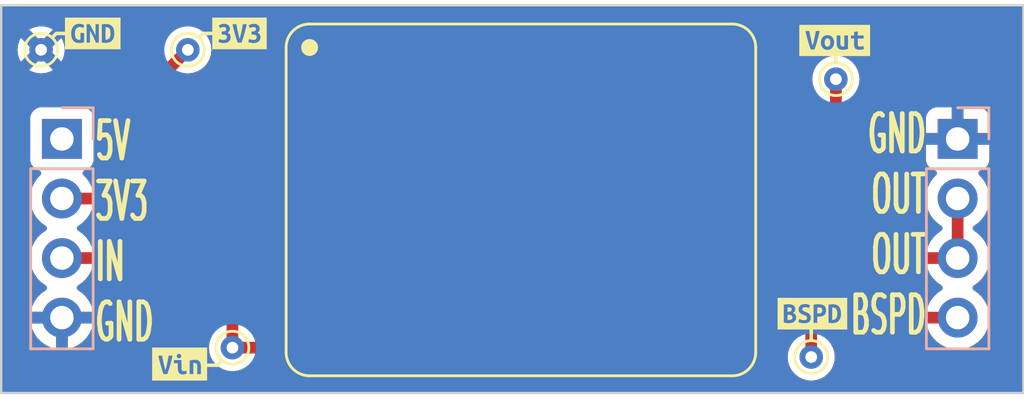
<source format=kicad_pcb>
(kicad_pcb (version 20221018) (generator pcbnew)
  (layers (0 "F.Cu" signal) (31 "B.Cu" signal) (34 "B.Paste" user) (35 "F.Paste" user) (36 "B.SilkS" user "B.Silkscreen") (37 "F.SilkS" user "F.Silkscreen") (38 "B.Mask" user) (39 "F.Mask" user) (44 "Edge.Cuts" user))
  (net 0 "")
  (net 1 "+5V")
  (net 2 "+3V3")
  (net 3 "IN")
  (net 4 "GND")
  (net 5 "BSPD")
  (net 6 "OUT")
  (footprint "kibuzzard-6607C802" (layer "F.Cu") (at 56.5 23)
    (fp_text reference "kibuzzard-6607C802" hide)
    (fp_text value "G***" hide)
    (fp_poly (pts (xy -0.429895 0.08636) (xy -0.422751 0.15875) (xy -0.40132 0.2159) (xy -0.364014 0.253047) (xy -0.309245 0.26543) (xy -0.255746 0.253047) (xy -0.21717 0.2159) (xy -0.193834 0.15875) (xy -0.186055 0.08636) (xy -0.193199 0.014129) (xy -0.21463 -0.042545) (xy -0.251936 -0.079216) (xy -0.306705 -0.09144) (xy -0.360204 -0.079216) (xy -0.39878 -0.042545) (xy -0.422116 0.014129) (xy -0.429895 0.08636)) (fill solid) (layer "F.SilkS"))
    (fp_poly (pts (xy -1.243965 -0.665903) (xy -1.508548 -0.665903) (xy -1.508548 0.665903) (xy -1.243965 0.665903) (xy -1.024255 0.665903) (xy -1.024255 0.38481) (xy -1.055688 0.291465) (xy -1.089025 0.18669) (xy -1.111462 0.113101) (xy -1.133052 0.039652) (xy -1.153795 -0.033655) (xy -1.173409 -0.105551) (xy -1.191613 -0.174766) (xy -1.208405 -0.2413) (xy -1.22936 -0.3302) (xy -1.243965 -0.40132) (xy -1.078865 -0.40132) (xy -1.06934 -0.335439) (xy -1.056005 -0.259715) (xy -1.039971 -0.1778) (xy -1.02235 -0.093345) (xy -1.0033 -0.008255) (xy -0.98298 0.075565) (xy -0.962184 0.154464) (xy -0.941705 0.22479) (xy -0.921385 0.155416) (xy -0.901065 0.076835) (xy -0.88138 -0.006985) (xy -0.862965 -0.092075) (xy -0.84582 -0.176689) (xy -0.829945 -0.25908) (xy -0.815975 -0.33528) (xy -0.804545 -0.40132) (xy -0.640715 -0.40132) (xy -0.657701 -0.320675) (xy -0.67818 -0.23114) (xy -0.701993 -0.134779) (xy -0.72898 -0.033655) (xy -0.748665 0.035772) (xy -0.76962 0.106045) (xy -0.791845 0.177165) (xy -0.814987 0.247932) (xy -0.838694 0.317147) (xy -0.862965 0.38481) (xy -1.024255 0.38481) (xy -1.024255 0.665903) (xy -0.306705 0.665903) (xy -0.306705 0.40132) (xy -0.367189 0.395605) (xy -0.42164 0.37846) (xy -0.469583 0.350838) (xy -0.51054 0.31369) (xy -0.543719 0.267811) (xy -0.568325 0.213995) (xy -0.583565 0.152876) (xy -0.588645 0.08509) (xy -0.583406 0.018256) (xy -0.56769 -0.042545) (xy -0.542608 -0.096202) (xy -0.50927 -0.141605) (xy -0.468154 -0.178117) (xy -0.419735 -0.205105) (xy -0.365443 -0.221774) (xy -0.306705 -0.22733) (xy -0.247174 -0.221774) (xy -0.19304 -0.205105) (xy -0.145098 -0.178117) (xy -0.10414 -0.141605) (xy -0.070961 -0.096202) (xy -0.046355 -0.042545) (xy -0.031115 0.018256) (xy -0.026035 0.08509) (xy -0.031115 0.152876) (xy -0.046355 0.213995) (xy -0.070803 0.267811) (xy -0.103505 0.31369) (xy -0.143986 0.350838) (xy -0.19177 0.37846) (xy -0.246221 0.395605) (xy -0.306705 0.40132) (xy -0.306705 0.665903) (xy 0.327025 0.665903) (xy 0.327025 0.39878) (xy 0.260032 0.3937) (xy 0.206375 0.37846) (xy 0.13208 0.320675) (xy 0.094615 0.23241) (xy 0.086995 0.17907) (xy 0.084455 0.12065) (xy 0.084455 -0.21209) (xy 0.240665 -0.21209) (xy 0.240665 0.10033) (xy 0.245586 0.172244) (xy 0.26035 0.222885) (xy 0.337185 0.26289) (xy 0.408305 0.25654) (xy 0.408305 -0.21209) (xy 0.565785 -0.21209) (xy 0.565785 0.36449) (xy 0.518001 0.37592) (xy 0.46101 0.38735) (xy 0.396716 0.395923) (xy 0.327025 0.39878) (xy 0.327025 0.665903) (xy 1.053465 0.665903) (xy 1.053465 0.39878) (xy 0.956945 0.38989) (xy 0.885825 0.3556) (xy 0.841375 0.283845) (xy 0.829945 0.230346) (xy 0.826135 0.16256) (xy 0.826135 -0.08255) (xy 0.690245 -0.08255) (xy 0.690245 -0.21209) (xy 0.826135 -0.21209) (xy 0.826135 -0.36195) (xy 0.982345 -0.38735) (xy 0.982345 -0.21209) (xy 1.232535 -0.21209) (xy 1.232535 -0.08255) (xy 0.982345 -0.08255) (xy 0.982345 0.15875) (xy 0.988695 0.21209) (xy 1.006475 0.24384) (xy 1.034415 0.25908) (xy 1.071245 0.26289) (xy 1.11125 0.26162) (xy 1.14681 0.257175) (xy 1.18237 0.24765) (xy 1.222375 0.23114) (xy 1.243965 0.36576) (xy 1.15062 0.39116) (xy 1.053465 0.39878) (xy 1.053465 0.665903) (xy 1.243965 0.665903) (xy 1.508548 0.665903) (xy 1.508548 -0.665903) (xy 1.243965 -0.665903) (xy -1.243965 -0.665903)) (fill solid) (layer "F.SilkS"))
  )
  (footprint "module:AnalogSensorAmplifier" (layer "F.Cu") (at 43.136 29.3)
    (fp_text reference "J5" hide)
    (fp_text value "Conn_02x04_Counter_Clockwise" hide)
    (fp_line (start -10 -6) (end -10 7) (stroke (width 0.12)) (layer "F.SilkS"))
    (fp_line (start -9 8) (end 9 8) (stroke (width 0.12)) (layer "F.SilkS"))
    (fp_line (start 9 -7) (end -9 -7) (stroke (width 0.12)) (layer "F.SilkS"))
    (fp_line (start 10 7) (end 10 -6) (stroke (width 0.12)) (layer "F.SilkS"))
    (fp_arc (start -10 -6) (mid -9.707107 -6.707107) (end -9 -7) (stroke (width 0.12)) (layer "F.SilkS"))
    (fp_arc (start -9 8) (mid -9.707107 7.707107) (end -10 7) (stroke (width 0.12)) (layer "F.SilkS"))
    (fp_arc (start 9 -7) (mid 9.707107 -6.707107) (end 10 -6) (stroke (width 0.12)) (layer "F.SilkS"))
    (fp_arc (start 10 7) (mid 9.707107 7.707107) (end 9 8) (stroke (width 0.12)) (layer "F.SilkS"))
    (fp_circle (center -9 -6) (end -8.7 -6) (stroke (width 0.12)) (fill solid) (layer "F.SilkS"))
    (pad "1" smd roundrect (at -10 -3) (size 2 1.5) (layers "F.Cu" "F.Paste" "F.Mask") (net 4 "GND"))
    (pad "2" smd roundrect (at -10 -1) (size 2 1.5) (layers "F.Cu" "F.Paste" "F.Mask") (net 3 "IN"))
    (pad "3" smd roundrect (at -10 1) (size 2 1.5) (layers "F.Cu" "F.Paste" "F.Mask") (net 2 "+3V3"))
    (pad "4" smd roundrect (at -10 3) (size 2 1.5) (layers "F.Cu" "F.Paste" "F.Mask"))
    (pad "5" smd roundrect (at 10 3) (size 2 1.5) (layers "F.Cu" "F.Paste" "F.Mask") (net 4 "GND"))
    (pad "6" smd roundrect (at 10 1) (size 2 1.5) (layers "F.Cu" "F.Paste" "F.Mask") (net 6 "OUT"))
    (pad "7" smd roundrect (at 10 -1) (size 2 1.5) (layers "F.Cu" "F.Paste" "F.Mask") (net 6 "OUT"))
    (pad "8" smd roundrect (at 10 -3) (size 2 1.5) (layers "F.Cu" "F.Paste" "F.Mask") (net 5 "BSPD"))
  )
  (footprint "TestPoint:TestPoint_THTPad_D1.0mm_Drill0.5mm" (layer "F.Cu") (at 55.5 36.5)
    (fp_text reference "TP5" hide)
    (fp_text value "TestPoint" hide)
    (fp_circle (center 0 0) (end 0 0.7) (stroke (width 0.12)) (fill none) (layer "F.SilkS"))
    (pad "1" thru_hole circle (at 0 0) (size 1 1) (drill 0.5) (layers "*.Cu" "*.Mask") (net 5 "BSPD"))
  )
  (footprint "kibuzzard-6607C735" (layer "F.Cu") (at 31.15 22.7)
    (fp_text reference "kibuzzard-6607C735" hide)
    (fp_text value "G***" hide)
    (fp_poly (pts (xy -0.89535 -0.674793) (xy -1.159933 -0.674793) (xy -1.159933 0.674793) (xy -0.89535 0.674793) (xy -0.67691 0.674793) (xy -0.67691 0.41021) (xy -0.738505 0.405765) (xy -0.800735 0.39497) (xy -0.85598 0.381) (xy -0.89535 0.36703) (xy -0.86487 0.23622) (xy -0.789305 0.26289) (xy -0.738346 0.273367) (xy -0.67818 0.27686) (xy -0.610076 0.268288) (xy -0.565785 0.24257) (xy -0.5334 0.15748) (xy -0.545782 0.104616) (xy -0.58293 0.070485) (xy -0.639127 0.051911) (xy -0.70866 0.04572) (xy -0.75692 0.04572) (xy -0.75692 -0.08382) (xy -0.6985 -0.08382) (xy -0.65024 -0.0889) (xy -0.60706 -0.10541) (xy -0.575945 -0.13589) (xy -0.56388 -0.18415) (xy -0.589915 -0.252095) (xy -0.66167 -0.27686) (xy -0.749935 -0.262255) (xy -0.8255 -0.22606) (xy -0.88138 -0.34036) (xy -0.790575 -0.386715) (xy -0.730409 -0.404336) (xy -0.66294 -0.41021) (xy -0.601186 -0.406083) (xy -0.548005 -0.3937) (xy -0.46736 -0.347345) (xy -0.42037 -0.27686) (xy -0.40513 -0.18923) (xy -0.4318 -0.09906) (xy -0.50292 -0.03302) (xy -0.448786 -0.001588) (xy -0.408305 0.04191) (xy -0.383064 0.096202) (xy -0.37465 0.16002) (xy -0.39243 0.26035) (xy -0.44704 0.339725) (xy -0.48895 0.36957) (xy -0.54102 0.391795) (xy -0.603567 0.405606) (xy -0.67691 0.41021) (xy -0.67691 0.674793) (xy -0.0762 0.674793) (xy -0.0762 0.3937) (xy -0.107632 0.300355) (xy -0.14097 0.19558) (xy -0.163407 0.121991) (xy -0.184997 0.048542) (xy -0.20574 -0.024765) (xy -0.225354 -0.096661) (xy -0.243558 -0.165876) (xy -0.26035 -0.23241) (xy -0.281305 -0.32131) (xy -0.29591 -0.39243) (xy -0.13081 -0.39243) (xy -0.121285 -0.326549) (xy -0.10795 -0.250825) (xy -0.091916 -0.16891) (xy -0.074295 -0.084455) (xy -0.055245 0.000635) (xy -0.034925 0.084455) (xy -0.014129 0.163354) (xy 0.00635 0.23368) (xy 0.02667 0.164306) (xy 0.04699 0.085725) (xy 0.066675 0.001905) (xy 0.08509 -0.083185) (xy 0.102235 -0.167799) (xy 0.11811 -0.25019) (xy 0.13208 -0.32639) (xy 0.14351 -0.39243) (xy 0.30734 -0.39243) (xy 0.290354 -0.311785) (xy 0.269875 -0.22225) (xy 0.246063 -0.125889) (xy 0.219075 -0.024765) (xy 0.19939 0.044662) (xy 0.178435 0.114935) (xy 0.15621 0.186055) (xy 0.133068 0.256822) (xy 0.109361 0.326037) (xy 0.08509 0.3937) (xy -0.0762 0.3937) (xy -0.0762 0.674793) (xy 0.59309 0.674793) (xy 0.59309 0.41021) (xy 0.531495 0.405765) (xy 0.469265 0.39497) (xy 0.41402 0.381) (xy 0.37465 0.36703) (xy 0.40513 0.23622) (xy 0.480695 0.26289) (xy 0.531654 0.273367) (xy 0.59182 0.27686) (xy 0.659924 0.268288) (xy 0.704215 0.24257) (xy 0.7366 0.15748) (xy 0.724218 0.104616) (xy 0.68707 0.070485) (xy 0.630873 0.051911) (xy 0.56134 0.04572) (xy 0.51308 0.04572) (xy 0.51308 -0.08382) (xy 0.5715 -0.08382) (xy 0.61976 -0.0889) (xy 0.66294 -0.10541) (xy 0.694055 -0.13589) (xy 0.70612 -0.18415) (xy 0.680085 -0.252095) (xy 0.60833 -0.27686) (xy 0.520065 -0.262255) (xy 0.4445 -0.22606) (xy 0.38862 -0.34036) (xy 0.479425 -0.386715) (xy 0.539591 -0.404336) (xy 0.60706 -0.41021) (xy 0.668814 -0.406083) (xy 0.721995 -0.3937) (xy 0.80264 -0.347345) (xy 0.84963 -0.27686) (xy 0.86487 -0.18923) (xy 0.8382 -0.09906) (xy 0.76708 -0.03302) (xy 0.821214 -0.001588) (xy 0.861695 0.04191) (xy 0.886936 0.096202) (xy 0.89535 0.16002) (xy 0.87757 0.26035) (xy 0.82296 0.339725) (xy 0.78105 0.36957) (xy 0.72898 0.391795) (xy 0.666433 0.405606) (xy 0.59309 0.41021) (xy 0.59309 0.674793) (xy 0.89535 0.674793) (xy 1.159933 0.674793) (xy 1.159933 -0.674793) (xy 0.89535 -0.674793) (xy -0.89535 -0.674793)) (fill solid) (layer "F.SilkS"))
  )
  (footprint "kibuzzard-6607C702" (layer "F.Cu") (at 24.9 22.7)
    (fp_text reference "kibuzzard-6607C702" hide)
    (fp_text value "G***" hide)
    (fp_poly (pts (xy 0.54229 0.2667) (xy 0.55626 0.26797) (xy 0.57023 0.26797) (xy 0.659765 0.24765) (xy 0.718185 0.19177) (xy 0.749935 0.107315) (xy 0.757079 0.056039) (xy 0.75946 0) (xy 0.75184 -0.09906) (xy 0.72517 -0.18415) (xy 0.6731 -0.243205) (xy 0.58801 -0.26543) (xy 0.56515 -0.264795) (xy 0.54229 -0.26162) (xy 0.54229 0.2667)) (fill solid) (layer "F.SilkS"))
    (fp_poly (pts (xy -0.91821 -0.674793) (xy -1.182793 -0.674793) (xy -1.182793 0.674793) (xy -0.91821 0.674793) (xy -0.5969 0.674793) (xy -0.5969 0.41021) (xy -0.666909 0.403701) (xy -0.729615 0.384175) (xy -0.784384 0.35179) (xy -0.83058 0.306705) (xy -0.867728 0.24892) (xy -0.89535 0.178435) (xy -0.912495 0.095409) (xy -0.91821 0) (xy -0.911543 -0.094456) (xy -0.89154 -0.177165) (xy -0.860108 -0.247809) (xy -0.81915 -0.30607) (xy -0.769303 -0.351631) (xy -0.7112 -0.384175) (xy -0.646748 -0.403701) (xy -0.57785 -0.41021) (xy -0.495935 -0.403225) (xy -0.43307 -0.38735) (xy -0.389255 -0.3683) (xy -0.36322 -0.35306) (xy -0.40386 -0.2286) (xy -0.47244 -0.26035) (xy -0.55626 -0.27432) (xy -0.65024 -0.254) (xy -0.713105 -0.197485) (xy -0.748665 -0.111125) (xy -0.756761 -0.058261) (xy -0.75946 0) (xy -0.754521 0.085725) (xy -0.739704 0.15494) (xy -0.71501 0.207645) (xy -0.660083 0.257651) (xy -0.5842 0.27432) (xy -0.55372 0.27305) (xy -0.52324 0.26924) (xy -0.52324 -0.01778) (xy -0.36703 -0.01778) (xy -0.36703 0.37465) (xy -0.454025 0.39751) (xy -0.519271 0.407035) (xy -0.5969 0.41021) (xy -0.5969 0.674793) (xy 0.13335 0.674793) (xy 0.13335 0.3937) (xy 0.096732 0.306564) (xy 0.057997 0.219569) (xy 0.017145 0.132715) (xy -0.025823 0.045861) (xy -0.070908 -0.041134) (xy -0.11811 -0.12827) (xy -0.11811 0.3937) (xy -0.25908 0.3937) (xy -0.25908 -0.39243) (xy -0.13335 -0.39243) (xy -0.09779 -0.334169) (xy -0.06223 -0.271145) (xy -0.027146 -0.205899) (xy 0.006985 -0.14097) (xy 0.03937 -0.077153) (xy 0.069215 -0.01524) (xy 0.095726 0.04191) (xy 0.11811 0.09144) (xy 0.11811 -0.39243) (xy 0.25908 -0.39243) (xy 0.25908 0.3937) (xy 0.13335 0.3937) (xy 0.13335 0.674793) (xy 0.55372 0.674793) (xy 0.55372 0.40386) (xy 0.471805 0.399415) (xy 0.38608 0.38481) (xy 0.38608 -0.38227) (xy 0.48641 -0.39751) (xy 0.57404 -0.40132) (xy 0.648176 -0.395605) (xy 0.715645 -0.37846) (xy 0.774859 -0.349091) (xy 0.82423 -0.306705) (xy 0.863759 -0.251143) (xy 0.893445 -0.182245) (xy 0.912019 -0.098901) (xy 0.91821 0) (xy 0.911384 0.101124) (xy 0.890905 0.186055) (xy 0.858361 0.255746) (xy 0.81534 0.31115) (xy 0.762476 0.352901) (xy 0.700405 0.381635) (xy 0.630396 0.398304) (xy 0.55372 0.40386) (xy 0.55372 0.674793) (xy 0.91821 0.674793) (xy 1.182793 0.674793) (xy 1.182793 -0.674793) (xy 0.91821 -0.674793) (xy -0.91821 -0.674793)) (fill solid) (layer "F.SilkS"))
  )
  (footprint "kibuzzard-6607C7E7" (layer "F.Cu") (at 55.55 34.65)
    (fp_text reference "kibuzzard-6607C7E7" hide)
    (fp_text value "G***" hide)
    (fp_poly (pts (xy -1.062355 0.04953) (xy -1.062355 0.26289) (xy -1.02616 0.2667) (xy -0.987425 0.26797) (xy -0.935355 0.263525) (xy -0.89027 0.247015) (xy -0.857885 0.212725) (xy -0.845185 0.15621) (xy -0.88138 0.074295) (xy -0.978535 0.04953) (xy -1.062355 0.04953)) (fill solid) (layer "F.SilkS"))
    (fp_poly (pts (xy -1.001395 -0.08001) (xy -0.911225 -0.106045) (xy -0.880745 -0.1778) (xy -0.889635 -0.222885) (xy -0.913765 -0.249555) (xy -0.949325 -0.262255) (xy -0.991235 -0.26543) (xy -1.028065 -0.26416) (xy -1.062355 -0.26035) (xy -1.062355 -0.08001) (xy -1.001395 -0.08001)) (fill solid) (layer "F.SilkS"))
    (fp_poly (pts (xy 0.285115 -0.26543) (xy 0.24638 -0.264795) (xy 0.207645 -0.26162) (xy 0.207645 -0.00762) (xy 0.271145 -0.00762) (xy 0.336867 -0.015081) (xy 0.384175 -0.037465) (xy 0.41275 -0.077946) (xy 0.422275 -0.1397) (xy 0.412909 -0.198279) (xy 0.38481 -0.236855) (xy 0.341154 -0.258286) (xy 0.285115 -0.26543)) (fill solid) (layer "F.SilkS"))
    (fp_poly (pts (xy 0.842645 0.2667) (xy 0.856615 0.26797) (xy 0.870585 0.26797) (xy 0.96012 0.24765) (xy 1.01854 0.19177) (xy 1.05029 0.107315) (xy 1.057434 0.056039) (xy 1.059815 0) (xy 1.052195 -0.09906) (xy 1.025525 -0.18415) (xy 0.973455 -0.243205) (xy 0.888365 -0.26543) (xy 0.865505 -0.264795) (xy 0.842645 -0.26162) (xy 0.842645 0.2667)) (fill solid) (layer "F.SilkS"))
    (fp_poly (pts (xy -1.218565 -0.674793) (xy -1.483148 -0.674793) (xy -1.483148 0.674793) (xy -1.218565 0.674793) (xy -1.000125 0.674793) (xy -1.000125 0.40386) (xy -1.053148 0.402431) (xy -1.108075 0.398145) (xy -1.163638 0.391001) (xy -1.218565 0.381) (xy -1.218565 -0.38227) (xy -1.120775 -0.395605) (xy -1.015365 -0.40132) (xy -0.93472 -0.396716) (xy -0.870585 -0.382905) (xy -0.782955 -0.334645) (xy -0.739775 -0.26797) (xy -0.728345 -0.19431) (xy -0.735171 -0.141605) (xy -0.75565 -0.09525) (xy -0.828675 -0.02667) (xy -0.761524 0.00762) (xy -0.72009 0.05207) (xy -0.698659 0.10287) (xy -0.691515 0.15621) (xy -0.697548 0.221456) (xy -0.715645 0.274955) (xy -0.78105 0.351155) (xy -0.826135 0.375602) (xy -0.87884 0.391795) (xy -0.937419 0.400844) (xy -1.000125 0.40386) (xy -1.000125 0.674793) (xy -0.357505 0.674793) (xy -0.357505 0.41021) (xy -0.445453 0.404971) (xy -0.513715 0.389255) (xy -0.601345 0.35052) (xy -0.555625 0.22352) (xy -0.47371 0.26162) (xy -0.420846 0.274955) (xy -0.357505 0.2794) (xy -0.2921 0.271145) (xy -0.250825 0.248285) (xy -0.22987 0.215265) (xy -0.224155 0.1778) (xy -0.238125 0.13462) (xy -0.273685 0.100965) (xy -0.321945 0.074295) (xy -0.375285 0.05207) (xy -0.448945 0.02286) (xy -0.51816 -0.01905) (xy -0.569595 -0.081915) (xy -0.589915 -0.17526) (xy -0.571976 -0.273685) (xy -0.51816 -0.34798) (xy -0.464326 -0.382552) (xy -0.398498 -0.403296) (xy -0.320675 -0.41021) (xy -0.252889 -0.406083) (xy -0.19431 -0.3937) (xy -0.103505 -0.35687) (xy -0.149225 -0.23622) (xy -0.21971 -0.2667) (xy -0.309245 -0.2794) (xy -0.378389 -0.269381) (xy -0.419876 -0.239324) (xy -0.433705 -0.18923) (xy -0.421005 -0.149225) (xy -0.38862 -0.118745) (xy -0.34417 -0.09525) (xy -0.295275 -0.0762) (xy -0.21844 -0.045085) (xy -0.14478 0.000635) (xy -0.089535 0.071755) (xy -0.073343 0.119856) (xy -0.067945 0.17907) (xy -0.085884 0.277019) (xy -0.1397 0.349885) (xy -0.195792 0.383399) (xy -0.268393 0.403507) (xy -0.357505 0.41021) (xy -0.357505 0.674793) (xy 0.207645 0.674793) (xy 0.207645 0.3937) (xy 0.051435 0.3937) (xy 0.051435 -0.38227) (xy 0.10287 -0.39116) (xy 0.160655 -0.396875) (xy 0.217805 -0.40005) (xy 0.267335 -0.40132) (xy 0.359763 -0.394476) (xy 0.437233 -0.373944) (xy 0.499745 -0.339725) (xy 0.545606 -0.289983) (xy 0.573123 -0.222885) (xy 0.582295 -0.13843) (xy 0.573052 -0.053128) (xy 0.545324 0.014817) (xy 0.49911 0.065405) (xy 0.435963 0.10033) (xy 0.357434 0.121285) (xy 0.263525 0.12827) (xy 0.207645 0.12827) (xy 0.207645 0.3937) (xy 0.207645 0.674793) (xy 0.854075 0.674793) (xy 0.854075 0.40386) (xy 0.77216 0.399415) (xy 0.686435 0.38481) (xy 0.686435 -0.38227) (xy 0.786765 -0.39751) (xy 0.874395 -0.40132) (xy 0.948531 -0.395605) (xy 1.016 -0.37846) (xy 1.075214 -0.349091) (xy 1.124585 -0.306705) (xy 1.164114 -0.251143) (xy 1.1938 -0.182245) (xy 1.212374 -0.098901) (xy 1.218565 0) (xy 1.211739 0.101124) (xy 1.19126 0.186055) (xy 1.158716 0.255746) (xy 1.115695 0.31115) (xy 1.062831 0.352901) (xy 1.00076 0.381635) (xy 0.930751 0.398304) (xy 0.854075 0.40386) (xy 0.854075 0.674793) (xy 1.218565 0.674793) (xy 1.483148 0.674793) (xy 1.483148 -0.674793) (xy 1.218565 -0.674793) (xy -1.218565 -0.674793)) (fill solid) (layer "F.SilkS"))
  )
  (footprint "TestPoint:TestPoint_THTPad_D1.0mm_Drill0.5mm" (layer "F.Cu") (at 28.95 23.4)
    (fp_text reference "TP1" hide)
    (fp_text value "TestPoint" hide)
    (fp_circle (center 0 0) (end 0 0.7) (stroke (width 0.12)) (fill none) (layer "F.SilkS"))
    (pad "1" thru_hole circle (at 0 0) (size 1 1) (drill 0.5) (layers "*.Cu" "*.Mask") (net 2 "+3V3"))
  )
  (footprint "TestPoint:TestPoint_THTPad_D1.0mm_Drill0.5mm" (layer "F.Cu") (at 22.7 23.4)
    (fp_text reference "TP4" hide)
    (fp_text value "TestPoint" hide)
    (fp_circle (center 0 0) (end 0 0.7) (stroke (width 0.12)) (fill none) (layer "F.SilkS"))
    (pad "1" thru_hole circle (at 0 0) (size 1 1) (drill 0.5) (layers "*.Cu" "*.Mask") (net 4 "GND"))
  )
  (footprint "TestPoint:TestPoint_THTPad_D1.0mm_Drill0.5mm" (layer "F.Cu") (at 56.55 24.65)
    (fp_text reference "TP3" hide)
    (fp_text value "TestPoint" hide)
    (fp_circle (center 0 0) (end 0 0.7) (stroke (width 0.12)) (fill none) (layer "F.SilkS"))
    (pad "1" thru_hole circle (at 0 0) (size 1 1) (drill 0.5) (layers "*.Cu" "*.Mask") (net 6 "OUT"))
  )
  (footprint "kibuzzard-6607C7C2" (layer "F.Cu") (at 28.6 36.8)
    (fp_text reference "kibuzzard-6607C7C2" hide)
    (fp_text value "G***" hide)
    (fp_poly (pts (xy -0.90678 -0.705908) (xy -1.171363 -0.705908) (xy -1.171363 0.705908) (xy -0.90678 0.705908) (xy -0.68707 0.705908) (xy -0.68707 0.427355) (xy -0.718503 0.33401) (xy -0.75184 0.229235) (xy -0.774277 0.155646) (xy -0.795867 0.082197) (xy -0.81661 0.00889) (xy -0.836224 -0.063006) (xy -0.854428 -0.132221) (xy -0.87122 -0.198755) (xy -0.892175 -0.287655) (xy -0.90678 -0.358775) (xy -0.74168 -0.358775) (xy -0.732155 -0.292894) (xy -0.71882 -0.21717) (xy -0.702786 -0.135255) (xy -0.685165 -0.0508) (xy -0.666115 0.03429) (xy -0.645795 0.11811) (xy -0.624999 0.197009) (xy -0.60452 0.267335) (xy -0.5842 0.197961) (xy -0.56388 0.11938) (xy -0.544195 0.03556) (xy -0.52578 -0.04953) (xy -0.508635 -0.134144) (xy -0.49276 -0.216535) (xy -0.47879 -0.292735) (xy -0.46736 -0.358775) (xy -0.30353 -0.358775) (xy -0.320516 -0.27813) (xy -0.340995 -0.188595) (xy -0.364808 -0.092234) (xy -0.391795 0.00889) (xy -0.41148 0.078317) (xy -0.432435 0.14859) (xy -0.45466 0.21971) (xy -0.477802 0.290477) (xy -0.501509 0.359692) (xy -0.52578 0.427355) (xy -0.68707 0.427355) (xy -0.68707 0.705908) (xy 0.13589 0.705908) (xy 0.13589 0.441325) (xy 0.079851 0.43688) (xy 0.033655 0.423545) (xy -0.032385 0.37211) (xy -0.06731 0.290195) (xy -0.07493 0.238443) (xy -0.07747 0.179705) (xy -0.07747 -0.040005) (xy -0.24257 -0.040005) (xy -0.24257 -0.169545) (xy -0.02667 -0.169545) (xy -0.02667 -0.241935) (xy -0.095885 -0.268605) (xy -0.12446 -0.340995) (xy -0.095885 -0.414655) (xy -0.02667 -0.441325) (xy 0.04318 -0.414655) (xy 0.07239 -0.340995) (xy 0.04318 -0.268605) (xy -0.02667 -0.241935) (xy -0.02667 -0.169545) (xy 0.07874 -0.169545) (xy 0.07874 0.200025) (xy 0.098425 0.2794) (xy 0.16383 0.305435) (xy 0.2159 0.29972) (xy 0.28448 0.276225) (xy 0.3048 0.401955) (xy 0.213995 0.43307) (xy 0.13589 0.441325) (xy 0.13589 0.705908) (xy 0.90678 0.705908) (xy 0.90678 0.427355) (xy 0.75057 0.427355) (xy 0.75057 0.111125) (xy 0.745807 0.039052) (xy 0.73152 -0.009525) (xy 0.65405 -0.046355) (xy 0.619125 -0.045085) (xy 0.58293 -0.041275) (xy 0.58293 0.427355) (xy 0.42672 0.427355) (xy 0.42672 -0.150495) (xy 0.473551 -0.161607) (xy 0.530225 -0.172085) (xy 0.594519 -0.179705) (xy 0.66421 -0.182245) (xy 0.729297 -0.177324) (xy 0.78232 -0.16256) (xy 0.856615 -0.10668) (xy 0.89535 -0.02032) (xy 0.903922 0.032544) (xy 0.90678 0.090805) (xy 0.90678 0.427355) (xy 0.90678 0.705908) (xy 1.171363 0.705908) (xy 1.171363 -0.705908) (xy 0.90678 -0.705908) (xy -0.90678 -0.705908)) (fill solid) (layer "F.SilkS"))
  )
  (footprint "TestPoint:TestPoint_THTPad_D1.0mm_Drill0.5mm" (layer "F.Cu") (at 30.85 36.1)
    (fp_text reference "TP2" hide)
    (fp_text value "TestPoint" hide)
    (fp_circle (center 0 0) (end 0 0.7) (stroke (width 0.12)) (fill none) (layer "F.SilkS"))
    (pad "1" thru_hole circle (at 0 0) (size 1 1) (drill 0.5) (layers "*.Cu" "*.Mask") (net 3 "IN"))
  )
  (footprint "Connector_PinHeader_2.54mm:PinHeader_1x04_P2.54mm_Vertical" (layer "B.Cu") (at 23.586 27.2 180)
    (fp_text reference "J1" hide)
    (fp_text value "Conn_01x04" hide)
    (fp_line (start -1.33 -8.95) (end 1.33 -8.95) (stroke (width 0.12)) (layer "B.SilkS"))
    (fp_line (start -1.33 -1.27) (end -1.33 -8.95) (stroke (width 0.12)) (layer "B.SilkS"))
    (fp_line (start -1.33 -1.27) (end 1.33 -1.27) (stroke (width 0.12)) (layer "B.SilkS"))
    (fp_line (start -1.33 0) (end -1.33 1.33) (stroke (width 0.12)) (layer "B.SilkS"))
    (fp_line (start -1.33 1.33) (end 0 1.33) (stroke (width 0.12)) (layer "B.SilkS"))
    (fp_line (start 1.33 -1.27) (end 1.33 -8.95) (stroke (width 0.12)) (layer "B.SilkS"))
    (pad "1" thru_hole rect locked (at 0 0 180) (size 1.7 1.7) (drill 1) (layers "*.Cu" "*.Mask") (net 1 "+5V"))
    (pad "2" thru_hole oval locked (at 0 -2.54 180) (size 1.7 1.7) (drill 1) (layers "*.Cu" "*.Mask") (net 2 "+3V3"))
    (pad "3" thru_hole oval locked (at 0 -5.08 180) (size 1.7 1.7) (drill 1) (layers "*.Cu" "*.Mask") (net 3 "IN"))
    (pad "4" thru_hole oval locked (at 0 -7.62 180) (size 1.7 1.7) (drill 1) (layers "*.Cu" "*.Mask") (net 4 "GND"))
  )
  (footprint "Connector_PinHeader_2.54mm:PinHeader_1x04_P2.54mm_Vertical" (layer "B.Cu") (at 61.736 27.2 180)
    (fp_text reference "J2" hide)
    (fp_text value "Conn_01x04" hide)
    (fp_line (start -1.33 -8.95) (end 1.33 -8.95) (stroke (width 0.12)) (layer "B.SilkS"))
    (fp_line (start -1.33 -1.27) (end -1.33 -8.95) (stroke (width 0.12)) (layer "B.SilkS"))
    (fp_line (start -1.33 -1.27) (end 1.33 -1.27) (stroke (width 0.12)) (layer "B.SilkS"))
    (fp_line (start -1.33 0) (end -1.33 1.33) (stroke (width 0.12)) (layer "B.SilkS"))
    (fp_line (start -1.33 1.33) (end 0 1.33) (stroke (width 0.12)) (layer "B.SilkS"))
    (fp_line (start 1.33 -1.27) (end 1.33 -8.95) (stroke (width 0.12)) (layer "B.SilkS"))
    (pad "1" thru_hole rect locked (at 0 0 180) (size 1.7 1.7) (drill 1) (layers "*.Cu" "*.Mask") (net 4 "GND"))
    (pad "2" thru_hole oval locked (at 0 -2.54 180) (size 1.7 1.7) (drill 1) (layers "*.Cu" "*.Mask") (net 6 "OUT"))
    (pad "3" thru_hole oval locked (at 0 -5.08 180) (size 1.7 1.7) (drill 1) (layers "*.Cu" "*.Mask") (net 6 "OUT"))
    (pad "4" thru_hole oval locked (at 0 -7.62 180) (size 1.7 1.7) (drill 1) (layers "*.Cu" "*.Mask") (net 5 "BSPD"))
  )
  (gr_line (start 55.5 35.25) (end 55.5 35.75) (stroke (width 0.15)) (layer "F.SilkS"))
  (gr_line (start 23.35 22.7) (end 23.2 22.85) (stroke (width 0.15)) (layer "F.SilkS"))
  (gr_line (start 23.75 22.7) (end 23.35 22.7) (stroke (width 0.15)) (layer "F.SilkS"))
  (gr_line (start 29.6 22.7) (end 29.45 22.85) (stroke (width 0.15)) (layer "F.SilkS"))
  (gr_line (start 30 22.7) (end 29.6 22.7) (stroke (width 0.15)) (layer "F.SilkS"))
  (gr_line (start 30.2 36.85) (end 30.35 36.7) (stroke (width 0.15)) (layer "F.SilkS"))
  (gr_line (start 56.55 23.9) (end 56.55 23.45) (stroke (width 0.15)) (layer "F.SilkS"))
  (gr_line (start 29.8 36.85) (end 30.2 36.85) (stroke (width 0.15)) (layer "F.SilkS"))
  (gr_rect locked (start 21 21.5) (end 64.536 38.035) (stroke (width 0.1)) (fill none) (layer "Edge.Cuts"))
  (gr_text "5V\n3V3\nIN\nGND" (at 24.9 35.95) (layer "F.SilkS") (effects (font (size 1.6 0.8) (thickness 0.2) bold) (justify left bottom)))
  (gr_text "GND\nOUT\nOUT\nBSPD" (at 60.5 35.65) (layer "F.SilkS") (effects (font (size 1.6 0.8) (thickness 0.2) bold) (justify right bottom)))
  (segment (start 27.55 28.35) (end 27.55 24.8) (width 0.5) (layer "F.Cu") (net 2))
  (segment (start 29.6 30.3) (end 33.136 30.3) (width 0.5) (layer "F.Cu") (net 2))
  (segment (start 27.55 24.8) (end 28.95 23.4) (width 0.5) (layer "F.Cu") (net 2))
  (segment (start 26.16 29.74) (end 27.55 28.35) (width 0.5) (layer "F.Cu") (net 2))
  (segment (start 27.55 28.35) (end 27.65 28.35) (width 0.5) (layer "F.Cu") (net 2))
  (segment (start 27.65 28.35) (end 29.6 30.3) (width 0.5) (layer "F.Cu") (net 2))
  (segment (start 23.586 29.74) (end 26.16 29.74) (width 0.5) (layer "F.Cu") (net 2))
  (segment (start 34.136 28.3) (end 35.6 29.764) (width 0.5) (layer "F.Cu") (net 3))
  (segment (start 35.6 29.764) (end 35.6 34.3) (width 0.5) (layer "F.Cu") (net 3))
  (segment (start 30.85 34.7) (end 30.85 36.1) (width 0.5) (layer "F.Cu") (net 3))
  (segment (start 33.8 36.1) (end 30.85 36.1) (width 0.5) (layer "F.Cu") (net 3))
  (segment (start 23.586 32.28) (end 28.43 32.28) (width 0.5) (layer "F.Cu") (net 3))
  (segment (start 35.6 34.3) (end 33.8 36.1) (width 0.5) (layer "F.Cu") (net 3))
  (segment (start 28.43 32.28) (end 30.85 34.7) (width 0.5) (layer "F.Cu") (net 3))
  (segment (start 33.136 28.3) (end 34.136 28.3) (width 0.5) (layer "F.Cu") (net 3))
  (segment (start 55.4 34.82) (end 61.736 34.82) (width 0.5) (layer "F.Cu") (net 5))
  (segment (start 50.82 34.82) (end 55.4 34.82) (width 0.5) (layer "F.Cu") (net 5))
  (segment (start 50.7 26.3) (end 49.5 27.5) (width 0.5) (layer "F.Cu") (net 5))
  (segment (start 55.4 34.82) (end 55.5 34.92) (width 0.5) (layer "F.Cu") (net 5))
  (segment (start 55.5 34.92) (end 55.5 36.5) (width 0.5) (layer "F.Cu") (net 5))
  (segment (start 49.5 33.5) (end 50.82 34.82) (width 0.5) (layer "F.Cu") (net 5))
  (segment (start 53.136 26.3) (end 50.7 26.3) (width 0.5) (layer "F.Cu") (net 5))
  (segment (start 49.5 27.5) (end 49.5 33.5) (width 0.5) (layer "F.Cu") (net 5))
  (segment (start 55.8 30.3) (end 53.136 30.3) (width 0.5) (layer "F.Cu") (net 6))
  (segment (start 61.736 32.28) (end 57.78 32.28) (width 0.5) (layer "F.Cu") (net 6))
  (segment (start 56.55 24.65) (end 56.55 27.15) (width 0.5) (layer "F.Cu") (net 6))
  (segment (start 56.55 27.15) (end 55.4 28.3) (width 0.5) (layer "F.Cu") (net 6))
  (segment (start 53.136 28.3) (end 53.136 30.3) (width 0.5) (layer "F.Cu") (net 6))
  (segment (start 55.4 28.3) (end 53.136 28.3) (width 0.5) (layer "F.Cu") (net 6))
  (segment (start 61.736 32.28) (end 61.736 29.74) (width 0.5) (layer "F.Cu") (net 6))
  (segment (start 57.78 32.28) (end 55.8 30.3) (width 0.5) (layer "F.Cu") (net 6))
  (zone (net 4) (net_name "GND") (layers "F&B.Cu") (connect_pads (clearance 0.5)) (min_thickness 0.25) (fill yes (thermal_gap 0.5) (thermal_bridge_width 0.5))
    (polygon (pts (xy 21 21.5) (xy 21 38.5) (xy 64.5 38.5) (xy 64.5 21.5)))
  )
)
</source>
